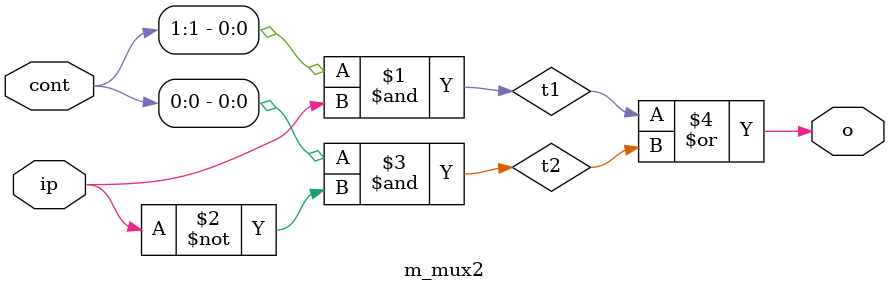
<source format=v>
module m_mux2(input[1:0] cont,input ip,output o);

	and(t1,cont[1],ip);
	and(t2,cont[0],~ip);
	or(o,t1,t2);

endmodule
</source>
